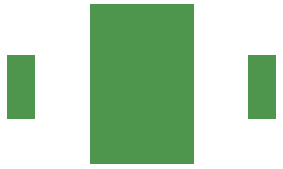
<source format=gtp>
%TF.GenerationSoftware,KiCad,Pcbnew,4.0.4+e1-6308~48~ubuntu16.04.1-stable*%
%TF.CreationDate,2016-12-29T13:19:20-08:00*%
%TF.ProjectId,VibeMotor-Button-Battery,566962654D6F746F722D427574746F6E,rev?*%
%TF.FileFunction,Paste,Top*%
%FSLAX46Y46*%
G04 Gerber Fmt 4.6, Leading zero omitted, Abs format (unit mm)*
G04 Created by KiCad (PCBNEW 4.0.4+e1-6308~48~ubuntu16.04.1-stable) date Thu Dec 29 13:19:20 2016*
%MOMM*%
%LPD*%
G01*
G04 APERTURE LIST*
%ADD10C,0.350000*%
%ADD11R,2.447600X5.407600*%
%ADD12R,8.847600X13.647600*%
G04 APERTURE END LIST*
D10*
D11*
X159180900Y-92163900D03*
D12*
X169384900Y-91909900D03*
D11*
X179580900Y-92163900D03*
M02*

</source>
